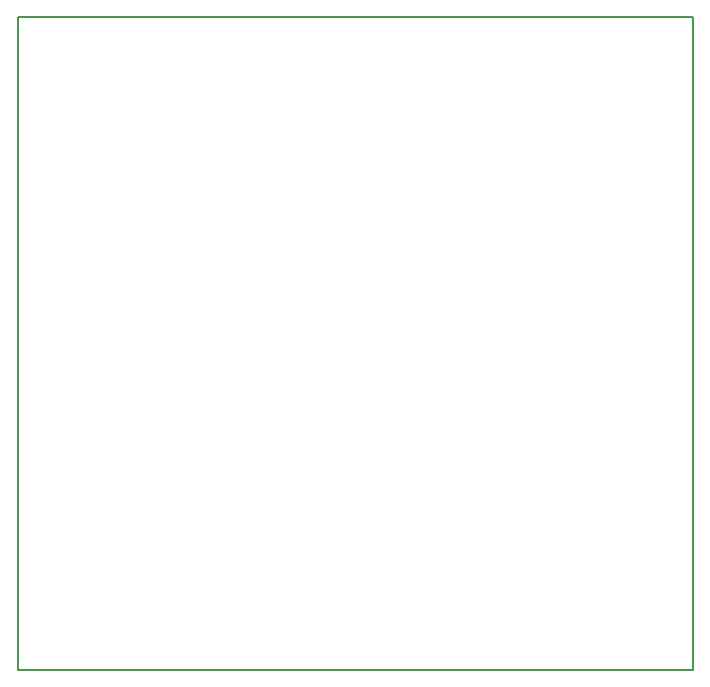
<source format=gbr>
%TF.GenerationSoftware,KiCad,Pcbnew,(5.1.2)-1*%
%TF.CreationDate,2019-05-07T13:27:01+02:00*%
%TF.ProjectId,nfc-door,6e66632d-646f-46f7-922e-6b696361645f,rev?*%
%TF.SameCoordinates,Original*%
%TF.FileFunction,Profile,NP*%
%FSLAX46Y46*%
G04 Gerber Fmt 4.6, Leading zero omitted, Abs format (unit mm)*
G04 Created by KiCad (PCBNEW (5.1.2)-1) date 2019-05-07 13:27:01*
%MOMM*%
%LPD*%
G04 APERTURE LIST*
%ADD10C,0.150000*%
G04 APERTURE END LIST*
D10*
X133395000Y-100314000D02*
X76245000Y-100314000D01*
X76245000Y-100314000D02*
X76245000Y-155559000D01*
X133395000Y-155559000D02*
X133395000Y-100314000D01*
X76245000Y-155559000D02*
X133395000Y-155559000D01*
M02*

</source>
